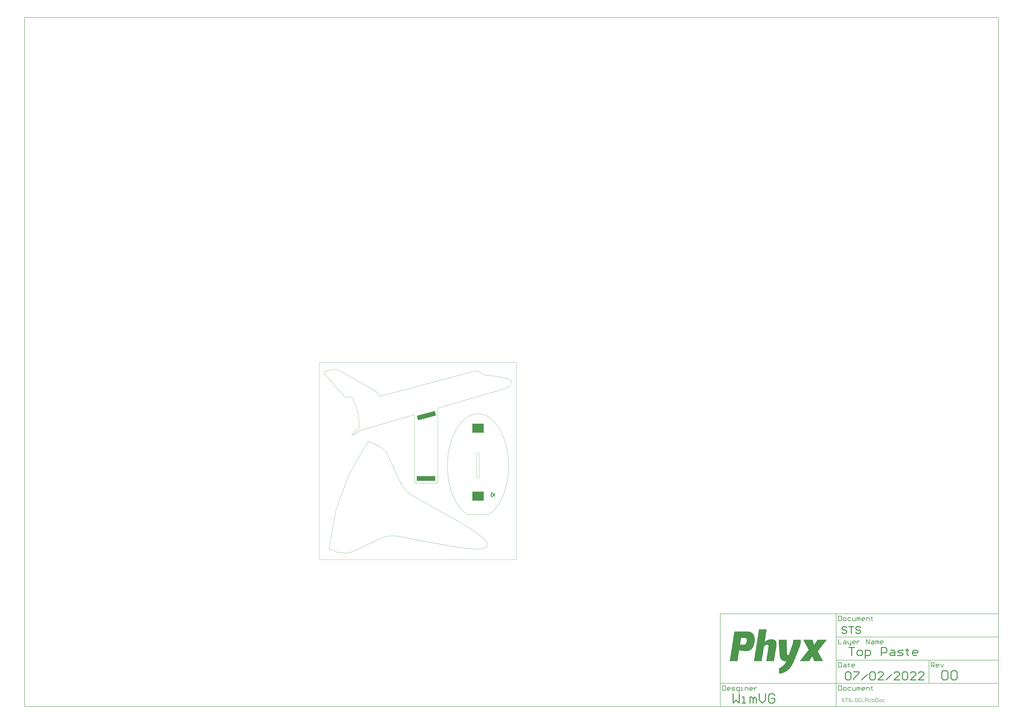
<source format=gtp>
G04*
G04 #@! TF.GenerationSoftware,Altium Limited,Altium Designer,22.2.0 (33)*
G04*
G04 Layer_Color=8421504*
%FSLAX25Y25*%
%MOIN*%
G70*
G04*
G04 #@! TF.SameCoordinates,AE1C0F29-CF17-4AF8-ABE1-3241E8FB01DF*
G04*
G04*
G04 #@! TF.FilePolarity,Positive*
G04*
G01*
G75*
%ADD10C,0.01575*%
%ADD11C,0.00787*%
G04:AMPARAMS|DCode=14|XSize=314.96mil|YSize=78.74mil|CornerRadius=0mil|HoleSize=0mil|Usage=FLASHONLY|Rotation=15.000|XOffset=0mil|YOffset=0mil|HoleType=Round|Shape=Rectangle|*
%AMROTATEDRECTD14*
4,1,4,-0.14193,-0.07879,-0.16230,-0.00273,0.14193,0.07879,0.16230,0.00273,-0.14193,-0.07879,0.0*
%
%ADD14ROTATEDRECTD14*%

%ADD15R,0.31496X0.07874*%
%ADD18R,0.01575X0.03937*%
%ADD19C,0.01968*%
%ADD20R,0.19685X0.15748*%
%ADD21C,0.00394*%
%ADD22C,0.00984*%
G36*
X278043Y94034D02*
X278043Y86911D01*
X277591D01*
X277587Y87102D01*
X277585Y87125D01*
X277583Y87147D01*
X277551Y87376D01*
X277546Y87398D01*
X277542Y87420D01*
X277485Y87644D01*
X277478Y87665D01*
X277471Y87686D01*
X277389Y87902D01*
X277379Y87923D01*
X277371Y87943D01*
X277264Y88149D01*
X277253Y88168D01*
X277242Y88187D01*
X277113Y88379D01*
X277099Y88397D01*
X277086Y88415D01*
X276936Y88591D01*
X276921Y88608D01*
X276906Y88624D01*
X276737Y88782D01*
X276720Y88797D01*
X276703Y88811D01*
X276518Y88949D01*
X276499Y88962D01*
X276480Y88974D01*
X276281Y89091D01*
X276266Y89098D01*
X276251Y89106D01*
X276147Y89156D01*
X276127Y89164D01*
X276106Y89173D01*
X276105Y89173D01*
X276103Y89174D01*
X276101Y89174D01*
X276098Y89175D01*
X276078Y89180D01*
X276056Y89187D01*
X276055Y89187D01*
X276054Y89187D01*
X276051Y89187D01*
X276048Y89188D01*
X276028Y89190D01*
X276005Y89193D01*
X276004Y89193D01*
X276002Y89194D01*
X276000D01*
X275997Y89194D01*
X275976Y89194D01*
X275953Y89194D01*
X275952Y89194D01*
X275951D01*
X275948Y89193D01*
X275946Y89193D01*
X275925Y89190D01*
X275902Y89187D01*
X275901Y89187D01*
X275900Y89187D01*
X275806Y89168D01*
X275616Y89158D01*
X275426Y89177D01*
X275241Y89223D01*
X275065Y89296D01*
X274901Y89394D01*
X274754Y89515D01*
X274625Y89656D01*
X274519Y89815D01*
X274438Y89987D01*
X274383Y90169D01*
X274355Y90358D01*
X274355Y90549D01*
X274383Y90737D01*
X274438Y90920D01*
X274519Y91092D01*
X274625Y91250D01*
X274754Y91392D01*
X274901Y91513D01*
X275065Y91610D01*
X275241Y91683D01*
X275426Y91729D01*
X275616Y91748D01*
X275806Y91738D01*
X275900Y91720D01*
X275913Y91718D01*
X275925Y91716D01*
X275937Y91715D01*
X275948Y91713D01*
X275950Y91713D01*
X275951Y91713D01*
X275964Y91713D01*
X275977Y91712D01*
X275989Y91713D01*
X276000Y91713D01*
X276001Y91713D01*
X276002D01*
X276015Y91715D01*
X276028Y91716D01*
X276040Y91718D01*
X276051Y91719D01*
X276052Y91719D01*
X276054Y91720D01*
X276066Y91723D01*
X276079Y91725D01*
X276090Y91729D01*
X276101Y91732D01*
X276102Y91733D01*
X276103Y91733D01*
X276115Y91738D01*
X276128Y91742D01*
X276138Y91747D01*
X276149Y91751D01*
X276151Y91753D01*
X276151Y91753D01*
X276151Y91753D01*
X276255Y91803D01*
X276269Y91811D01*
X276284Y91818D01*
X276486Y91938D01*
X276504Y91951D01*
X276522Y91963D01*
X276709Y92105D01*
X276726Y92119D01*
X276743Y92133D01*
X276913Y92295D01*
X276928Y92312D01*
X276943Y92328D01*
X277094Y92508D01*
X277107Y92526D01*
X277120Y92543D01*
X277250Y92739D01*
X277261Y92759D01*
X277272Y92778D01*
X277378Y92987D01*
X277387Y93007D01*
X277396Y93027D01*
X277479Y93247D01*
X277485Y93269D01*
X277492Y93290D01*
X277549Y93517D01*
X277552Y93539D01*
X277557Y93561D01*
X277588Y93793D01*
X277589Y93815D01*
X277591Y93838D01*
X277595Y94034D01*
X278043Y94034D01*
D02*
G37*
G36*
X275921Y93996D02*
X275894Y93906D01*
X275811Y93732D01*
X275701Y93572D01*
X275569Y93431D01*
X275415Y93313D01*
X275245Y93220D01*
X275189Y93199D01*
X275086Y93183D01*
X275068Y93179D01*
X275051Y93176D01*
X274773Y93107D01*
X274750Y93099D01*
X274727Y93092D01*
X274459Y92990D01*
X274438Y92980D01*
X274416Y92970D01*
X274162Y92836D01*
X274143Y92824D01*
X274122Y92812D01*
X273886Y92648D01*
X273868Y92634D01*
X273849Y92619D01*
X273635Y92428D01*
X273618Y92412D01*
X273601Y92395D01*
X273411Y92180D01*
X273396Y92160D01*
X273382Y92142D01*
X273219Y91906D01*
X273207Y91885D01*
X273195Y91865D01*
X273062Y91611D01*
X273052Y91589D01*
X273042Y91568D01*
X272941Y91299D01*
X272934Y91277D01*
X272927Y91254D01*
X272858Y90976D01*
X272854Y90953D01*
X272850Y90929D01*
X272815Y90644D01*
X272814Y90620D01*
X272813Y90597D01*
Y90310D01*
X272814Y90286D01*
X272815Y90263D01*
X272850Y89978D01*
X272854Y89954D01*
X272858Y89931D01*
X272927Y89653D01*
X272934Y89630D01*
X272941Y89607D01*
X273042Y89339D01*
X273052Y89317D01*
X273062Y89296D01*
X273195Y89042D01*
X273207Y89021D01*
X273219Y89001D01*
X273382Y88765D01*
X273397Y88746D01*
X273411Y88727D01*
X273601Y88512D01*
X273618Y88495D01*
X273635Y88478D01*
X273849Y88288D01*
X273868Y88273D01*
X273886Y88258D01*
X274122Y88095D01*
X274142Y88083D01*
X274162Y88070D01*
X274416Y87936D01*
X274438Y87927D01*
X274459Y87917D01*
X274727Y87814D01*
X274750Y87807D01*
X274772Y87800D01*
X275051Y87730D01*
X275068Y87727D01*
X275086Y87723D01*
X275190Y87707D01*
X275245Y87687D01*
X275415Y87594D01*
X275568Y87476D01*
X275701Y87335D01*
X275811Y87175D01*
X275894Y87000D01*
X275921Y86911D01*
X273320Y86911D01*
X271746D01*
Y93996D01*
X273320D01*
X275921Y93996D01*
D02*
G37*
G36*
X841951Y-155808D02*
X841665D01*
Y-156094D01*
X841378D01*
Y-156380D01*
Y-156667D01*
X841092D01*
Y-156953D01*
X840806D01*
Y-157239D01*
X840519D01*
Y-157526D01*
Y-157812D01*
X840233D01*
Y-158098D01*
X839947D01*
Y-158385D01*
X839660D01*
Y-158671D01*
X839374D01*
Y-158957D01*
Y-159244D01*
X839088D01*
Y-159530D01*
X838801D01*
Y-159816D01*
X838515D01*
Y-160102D01*
Y-160389D01*
X838229D01*
Y-160675D01*
X837943D01*
Y-160961D01*
X837656D01*
Y-161248D01*
X837370D01*
Y-161534D01*
Y-161820D01*
X837084D01*
Y-162107D01*
X836797D01*
Y-162393D01*
X836511D01*
Y-162679D01*
Y-162966D01*
X836225D01*
Y-163252D01*
X835938D01*
Y-163538D01*
X835652D01*
Y-163824D01*
Y-164111D01*
X835366D01*
Y-164397D01*
X835079D01*
Y-164683D01*
X834793D01*
Y-164970D01*
X834507D01*
Y-165256D01*
Y-165542D01*
X834221D01*
Y-165829D01*
X833934D01*
Y-166115D01*
X833648D01*
Y-166401D01*
Y-166688D01*
X833362D01*
Y-166974D01*
X833075D01*
Y-167260D01*
X832789D01*
Y-167547D01*
Y-167833D01*
X832503D01*
Y-168119D01*
X832216D01*
Y-168405D01*
X831930D01*
Y-168692D01*
X831644D01*
Y-168978D01*
Y-169264D01*
X831357D01*
Y-169551D01*
X831071D01*
Y-169837D01*
X830785D01*
Y-170123D01*
Y-170410D01*
X830499D01*
Y-170696D01*
X830212D01*
Y-170982D01*
X829926D01*
Y-171269D01*
Y-171555D01*
X829640D01*
Y-171841D01*
X829353D01*
Y-172127D01*
X829067D01*
Y-172414D01*
X828781D01*
Y-172700D01*
Y-172986D01*
X828494D01*
Y-173273D01*
X828208D01*
Y-173559D01*
X827922D01*
Y-173845D01*
Y-174132D01*
X827635D01*
Y-174418D01*
X827349D01*
Y-174704D01*
X827063D01*
Y-174991D01*
X826776D01*
Y-175277D01*
Y-175563D01*
X827063D01*
Y-175850D01*
Y-176136D01*
X827349D01*
Y-176422D01*
Y-176709D01*
X827635D01*
Y-176995D01*
X827922D01*
Y-177281D01*
Y-177568D01*
X828208D01*
Y-177854D01*
Y-178140D01*
X828494D01*
Y-178426D01*
Y-178713D01*
X828781D01*
Y-178999D01*
Y-179285D01*
X829067D01*
Y-179572D01*
Y-179858D01*
X829353D01*
Y-180144D01*
Y-180431D01*
X829640D01*
Y-180717D01*
Y-181003D01*
X829926D01*
Y-181290D01*
Y-181576D01*
X830212D01*
Y-181862D01*
X830499D01*
Y-182149D01*
Y-182435D01*
X830785D01*
Y-182721D01*
Y-183007D01*
X831071D01*
Y-183294D01*
Y-183580D01*
X831357D01*
Y-183866D01*
Y-184153D01*
X831644D01*
Y-184439D01*
Y-184725D01*
X831930D01*
Y-185012D01*
Y-185298D01*
X832216D01*
Y-185584D01*
Y-185871D01*
X832503D01*
Y-186157D01*
X832789D01*
Y-186443D01*
Y-186730D01*
X833075D01*
Y-187016D01*
Y-187302D01*
X833362D01*
Y-187588D01*
Y-187875D01*
X833648D01*
Y-188161D01*
Y-188447D01*
X833934D01*
Y-188734D01*
Y-189020D01*
X834221D01*
Y-189306D01*
Y-189593D01*
X834507D01*
Y-189879D01*
Y-190165D01*
X834793D01*
Y-190452D01*
X835079D01*
Y-190738D01*
Y-191024D01*
X835366D01*
Y-191311D01*
Y-191597D01*
X835652D01*
Y-191883D01*
X820477D01*
Y-191597D01*
X820191D01*
Y-191311D01*
Y-191024D01*
Y-190738D01*
X819905D01*
Y-190452D01*
Y-190165D01*
Y-189879D01*
X819619D01*
Y-189593D01*
Y-189306D01*
X819332D01*
Y-189020D01*
Y-188734D01*
Y-188447D01*
X819046D01*
Y-188161D01*
Y-187875D01*
Y-187588D01*
X818760D01*
Y-187302D01*
Y-187016D01*
X818473D01*
Y-186730D01*
Y-186443D01*
Y-186157D01*
X818187D01*
Y-185871D01*
Y-185584D01*
Y-185298D01*
X817901D01*
Y-185012D01*
Y-184725D01*
Y-184439D01*
X817614D01*
Y-184153D01*
X817042D01*
Y-184439D01*
Y-184725D01*
X816755D01*
Y-185012D01*
X816469D01*
Y-185298D01*
Y-185584D01*
X816183D01*
Y-185871D01*
X815897D01*
Y-186157D01*
Y-186443D01*
X815610D01*
Y-186730D01*
X815324D01*
Y-187016D01*
Y-187302D01*
X815038D01*
Y-187588D01*
X814751D01*
Y-187875D01*
X814465D01*
Y-188161D01*
Y-188447D01*
X814179D01*
Y-188734D01*
X813892D01*
Y-189020D01*
Y-189306D01*
X813606D01*
Y-189593D01*
X813320D01*
Y-189879D01*
Y-190165D01*
X813033D01*
Y-190452D01*
X812747D01*
Y-190738D01*
Y-191024D01*
X812461D01*
Y-191311D01*
X812174D01*
Y-191597D01*
Y-191883D01*
X796141D01*
Y-191597D01*
X796427D01*
Y-191311D01*
X796714D01*
Y-191024D01*
X797000D01*
Y-190738D01*
X797286D01*
Y-190452D01*
Y-190165D01*
X797573D01*
Y-189879D01*
X797859D01*
Y-189593D01*
X798145D01*
Y-189306D01*
X798431D01*
Y-189020D01*
Y-188734D01*
X798718D01*
Y-188447D01*
X799004D01*
Y-188161D01*
X799290D01*
Y-187875D01*
Y-187588D01*
X799577D01*
Y-187302D01*
X799863D01*
Y-187016D01*
X800149D01*
Y-186730D01*
X800436D01*
Y-186443D01*
Y-186157D01*
X800722D01*
Y-185871D01*
X801008D01*
Y-185584D01*
X801295D01*
Y-185298D01*
X801581D01*
Y-185012D01*
Y-184725D01*
X801867D01*
Y-184439D01*
X802153D01*
Y-184153D01*
X802440D01*
Y-183866D01*
Y-183580D01*
X802726D01*
Y-183294D01*
X803012D01*
Y-183007D01*
X803299D01*
Y-182721D01*
X803585D01*
Y-182435D01*
Y-182149D01*
X803871D01*
Y-181862D01*
X804158D01*
Y-181576D01*
X804444D01*
Y-181290D01*
Y-181003D01*
X804730D01*
Y-180717D01*
X805017D01*
Y-180431D01*
X805303D01*
Y-180144D01*
X805589D01*
Y-179858D01*
Y-179572D01*
X805876D01*
Y-179285D01*
X806162D01*
Y-178999D01*
X806448D01*
Y-178713D01*
Y-178426D01*
X806734D01*
Y-178140D01*
X807021D01*
Y-177854D01*
X807307D01*
Y-177568D01*
X807594D01*
Y-177281D01*
Y-176995D01*
X807880D01*
Y-176709D01*
X808166D01*
Y-176422D01*
X808452D01*
Y-176136D01*
X808739D01*
Y-175850D01*
Y-175563D01*
X809025D01*
Y-175277D01*
X809311D01*
Y-174991D01*
X809598D01*
Y-174704D01*
Y-174418D01*
X809884D01*
Y-174132D01*
X810170D01*
Y-173845D01*
X810457D01*
Y-173559D01*
X810743D01*
Y-173273D01*
Y-172986D01*
X811029D01*
Y-172700D01*
Y-172414D01*
Y-172127D01*
X810743D01*
Y-171841D01*
X810457D01*
Y-171555D01*
Y-171269D01*
X810170D01*
Y-170982D01*
Y-170696D01*
X809884D01*
Y-170410D01*
Y-170123D01*
X809598D01*
Y-169837D01*
Y-169551D01*
X809311D01*
Y-169264D01*
Y-168978D01*
X809025D01*
Y-168692D01*
Y-168405D01*
X808739D01*
Y-168119D01*
X808452D01*
Y-167833D01*
Y-167547D01*
X808166D01*
Y-167260D01*
Y-166974D01*
X807880D01*
Y-166688D01*
Y-166401D01*
X807594D01*
Y-166115D01*
Y-165829D01*
X807307D01*
Y-165542D01*
Y-165256D01*
X807021D01*
Y-164970D01*
Y-164683D01*
X806734D01*
Y-164397D01*
X806448D01*
Y-164111D01*
Y-163824D01*
X806162D01*
Y-163538D01*
Y-163252D01*
X805876D01*
Y-162966D01*
Y-162679D01*
X805589D01*
Y-162393D01*
Y-162107D01*
X805303D01*
Y-161820D01*
Y-161534D01*
X805017D01*
Y-161248D01*
Y-160961D01*
X804730D01*
Y-160675D01*
Y-160389D01*
X804444D01*
Y-160102D01*
X804158D01*
Y-159816D01*
Y-159530D01*
X803871D01*
Y-159244D01*
Y-158957D01*
X803585D01*
Y-158671D01*
Y-158385D01*
X803299D01*
Y-158098D01*
Y-157812D01*
X803012D01*
Y-157526D01*
Y-157239D01*
X802726D01*
Y-156953D01*
Y-156667D01*
X802440D01*
Y-156380D01*
X802153D01*
Y-156094D01*
Y-155808D01*
X801867D01*
Y-155521D01*
X817614D01*
Y-155808D01*
X817901D01*
Y-156094D01*
Y-156380D01*
Y-156667D01*
X818187D01*
Y-156953D01*
Y-157239D01*
Y-157526D01*
X818473D01*
Y-157812D01*
Y-158098D01*
Y-158385D01*
X818760D01*
Y-158671D01*
Y-158957D01*
Y-159244D01*
X819046D01*
Y-159530D01*
Y-159816D01*
Y-160102D01*
X819332D01*
Y-160389D01*
Y-160675D01*
Y-160961D01*
X819619D01*
Y-161248D01*
Y-161534D01*
Y-161820D01*
X819905D01*
Y-162107D01*
Y-162393D01*
Y-162679D01*
X820191D01*
Y-162966D01*
Y-163252D01*
Y-163538D01*
Y-163824D01*
X820764D01*
Y-163538D01*
X821050D01*
Y-163252D01*
X821336D01*
Y-162966D01*
Y-162679D01*
X821623D01*
Y-162393D01*
X821909D01*
Y-162107D01*
Y-161820D01*
X822195D01*
Y-161534D01*
X822482D01*
Y-161248D01*
Y-160961D01*
X822768D01*
Y-160675D01*
X823054D01*
Y-160389D01*
Y-160102D01*
X823341D01*
Y-159816D01*
X823627D01*
Y-159530D01*
Y-159244D01*
X823913D01*
Y-158957D01*
X824200D01*
Y-158671D01*
Y-158385D01*
X824486D01*
Y-158098D01*
X824772D01*
Y-157812D01*
Y-157526D01*
X825058D01*
Y-157239D01*
X825345D01*
Y-156953D01*
Y-156667D01*
X825631D01*
Y-156380D01*
X825918D01*
Y-156094D01*
Y-155808D01*
X826204D01*
Y-155521D01*
X841951D01*
Y-155808D01*
D02*
G37*
G36*
X708815Y-141778D02*
X710533D01*
Y-142065D01*
X711392D01*
Y-142351D01*
X712251D01*
Y-142637D01*
X713110D01*
Y-142924D01*
X713683D01*
Y-143210D01*
X713969D01*
Y-143496D01*
X714542D01*
Y-143783D01*
X714828D01*
Y-144069D01*
X715401D01*
Y-144355D01*
X715687D01*
Y-144641D01*
X715973D01*
Y-144928D01*
X716260D01*
Y-145214D01*
X716546D01*
Y-145501D01*
X716832D01*
Y-145787D01*
X717119D01*
Y-146073D01*
Y-146359D01*
X717405D01*
Y-146646D01*
X717691D01*
Y-146932D01*
Y-147218D01*
X717978D01*
Y-147505D01*
X718264D01*
Y-147791D01*
Y-148077D01*
X718550D01*
Y-148364D01*
Y-148650D01*
Y-148936D01*
X718836D01*
Y-149223D01*
Y-149509D01*
Y-149795D01*
X719123D01*
Y-150082D01*
Y-150368D01*
Y-150654D01*
Y-150940D01*
X719409D01*
Y-151227D01*
Y-151513D01*
Y-151799D01*
Y-152086D01*
Y-152372D01*
X719695D01*
Y-152658D01*
Y-152945D01*
Y-153231D01*
Y-153517D01*
Y-153804D01*
Y-154090D01*
Y-154376D01*
Y-154663D01*
Y-154949D01*
Y-155235D01*
Y-155521D01*
Y-155808D01*
Y-156094D01*
Y-156380D01*
Y-156667D01*
Y-156953D01*
Y-157239D01*
Y-157526D01*
Y-157812D01*
Y-158098D01*
X719409D01*
Y-158385D01*
Y-158671D01*
Y-158957D01*
Y-159244D01*
Y-159530D01*
Y-159816D01*
Y-160102D01*
X719123D01*
Y-160389D01*
Y-160675D01*
Y-160961D01*
Y-161248D01*
Y-161534D01*
X718836D01*
Y-161820D01*
Y-162107D01*
Y-162393D01*
Y-162679D01*
Y-162966D01*
X718550D01*
Y-163252D01*
Y-163538D01*
Y-163824D01*
X718264D01*
Y-164111D01*
Y-164397D01*
Y-164683D01*
Y-164970D01*
X717978D01*
Y-165256D01*
Y-165542D01*
Y-165829D01*
X717691D01*
Y-166115D01*
Y-166401D01*
X717405D01*
Y-166688D01*
Y-166974D01*
Y-167260D01*
X717119D01*
Y-167547D01*
Y-167833D01*
X716832D01*
Y-168119D01*
Y-168405D01*
X716546D01*
Y-168692D01*
Y-168978D01*
X716260D01*
Y-169264D01*
X715973D01*
Y-169551D01*
Y-169837D01*
X715687D01*
Y-170123D01*
X715401D01*
Y-170410D01*
X715114D01*
Y-170696D01*
Y-170982D01*
X714828D01*
Y-171269D01*
X714542D01*
Y-171555D01*
X714256D01*
Y-171841D01*
X713969D01*
Y-172127D01*
X713683D01*
Y-172414D01*
X713110D01*
Y-172700D01*
X712824D01*
Y-172986D01*
X712251D01*
Y-173273D01*
X711965D01*
Y-173559D01*
X711392D01*
Y-173845D01*
X710533D01*
Y-174132D01*
X709674D01*
Y-174418D01*
X708815D01*
Y-174704D01*
X707098D01*
Y-174991D01*
X701944D01*
Y-174704D01*
X699367D01*
Y-174418D01*
X697363D01*
Y-174132D01*
X695931D01*
Y-173845D01*
X694500D01*
Y-173559D01*
X693068D01*
Y-173845D01*
Y-174132D01*
Y-174418D01*
Y-174704D01*
Y-174991D01*
Y-175277D01*
Y-175563D01*
X692782D01*
Y-175850D01*
Y-176136D01*
Y-176422D01*
Y-176709D01*
Y-176995D01*
Y-177281D01*
X692496D01*
Y-177568D01*
Y-177854D01*
Y-178140D01*
Y-178426D01*
Y-178713D01*
Y-178999D01*
X692209D01*
Y-179285D01*
Y-179572D01*
Y-179858D01*
Y-180144D01*
Y-180431D01*
Y-180717D01*
Y-181003D01*
X691923D01*
Y-181290D01*
Y-181576D01*
Y-181862D01*
Y-182149D01*
Y-182435D01*
Y-182721D01*
X691637D01*
Y-183007D01*
Y-183294D01*
Y-183580D01*
Y-183866D01*
Y-184153D01*
Y-184439D01*
X691350D01*
Y-184725D01*
Y-185012D01*
Y-185298D01*
Y-185584D01*
Y-185871D01*
Y-186157D01*
Y-186443D01*
X691064D01*
Y-186730D01*
Y-187016D01*
Y-187302D01*
Y-187588D01*
Y-187875D01*
Y-188161D01*
X690778D01*
Y-188447D01*
Y-188734D01*
Y-189020D01*
Y-189306D01*
Y-189593D01*
Y-189879D01*
X690491D01*
Y-190165D01*
Y-190452D01*
Y-190738D01*
Y-191024D01*
Y-191311D01*
Y-191597D01*
Y-191883D01*
X677035D01*
Y-191597D01*
X677321D01*
Y-191311D01*
Y-191024D01*
Y-190738D01*
Y-190452D01*
Y-190165D01*
X677607D01*
Y-189879D01*
Y-189593D01*
Y-189306D01*
Y-189020D01*
Y-188734D01*
Y-188447D01*
Y-188161D01*
X677894D01*
Y-187875D01*
Y-187588D01*
Y-187302D01*
Y-187016D01*
Y-186730D01*
Y-186443D01*
X678180D01*
Y-186157D01*
Y-185871D01*
Y-185584D01*
Y-185298D01*
Y-185012D01*
Y-184725D01*
X678466D01*
Y-184439D01*
Y-184153D01*
Y-183866D01*
Y-183580D01*
Y-183294D01*
Y-183007D01*
Y-182721D01*
X678753D01*
Y-182435D01*
Y-182149D01*
Y-181862D01*
Y-181576D01*
Y-181290D01*
Y-181003D01*
X679039D01*
Y-180717D01*
Y-180431D01*
Y-180144D01*
Y-179858D01*
Y-179572D01*
Y-179285D01*
X679325D01*
Y-178999D01*
Y-178713D01*
Y-178426D01*
Y-178140D01*
Y-177854D01*
Y-177568D01*
X679612D01*
Y-177281D01*
Y-176995D01*
Y-176709D01*
Y-176422D01*
Y-176136D01*
Y-175850D01*
Y-175563D01*
X679898D01*
Y-175277D01*
Y-174991D01*
Y-174704D01*
Y-174418D01*
Y-174132D01*
Y-173845D01*
X680184D01*
Y-173559D01*
Y-173273D01*
Y-172986D01*
Y-172700D01*
Y-172414D01*
Y-172127D01*
X680471D01*
Y-171841D01*
Y-171555D01*
Y-171269D01*
Y-170982D01*
Y-170696D01*
Y-170410D01*
X680757D01*
Y-170123D01*
Y-169837D01*
Y-169551D01*
Y-169264D01*
Y-168978D01*
Y-168692D01*
Y-168405D01*
X681043D01*
Y-168119D01*
Y-167833D01*
Y-167547D01*
Y-167260D01*
Y-166974D01*
Y-166688D01*
X681329D01*
Y-166401D01*
Y-166115D01*
Y-165829D01*
Y-165542D01*
Y-165256D01*
Y-164970D01*
X681616D01*
Y-164683D01*
Y-164397D01*
Y-164111D01*
Y-163824D01*
Y-163538D01*
Y-163252D01*
Y-162966D01*
X681902D01*
Y-162679D01*
Y-162393D01*
Y-162107D01*
Y-161820D01*
Y-161534D01*
Y-161248D01*
X682188D01*
Y-160961D01*
Y-160675D01*
Y-160389D01*
Y-160102D01*
Y-159816D01*
Y-159530D01*
X682475D01*
Y-159244D01*
Y-158957D01*
Y-158671D01*
Y-158385D01*
Y-158098D01*
Y-157812D01*
X682761D01*
Y-157526D01*
Y-157239D01*
Y-156953D01*
Y-156667D01*
Y-156380D01*
Y-156094D01*
Y-155808D01*
X683047D01*
Y-155521D01*
Y-155235D01*
Y-154949D01*
Y-154663D01*
Y-154376D01*
Y-154090D01*
X683334D01*
Y-153804D01*
Y-153517D01*
Y-153231D01*
Y-152945D01*
Y-152658D01*
Y-152372D01*
X683620D01*
Y-152086D01*
Y-151799D01*
Y-151513D01*
Y-151227D01*
Y-150940D01*
Y-150654D01*
Y-150368D01*
X683906D01*
Y-150082D01*
Y-149795D01*
Y-149509D01*
Y-149223D01*
Y-148936D01*
Y-148650D01*
X684193D01*
Y-148364D01*
Y-148077D01*
Y-147791D01*
Y-147505D01*
Y-147218D01*
Y-146932D01*
X684479D01*
Y-146646D01*
Y-146359D01*
Y-146073D01*
Y-145787D01*
Y-145501D01*
Y-145214D01*
Y-144928D01*
X684765D01*
Y-144641D01*
Y-144355D01*
Y-144069D01*
Y-143783D01*
Y-143496D01*
Y-143210D01*
X685052D01*
Y-142924D01*
Y-142637D01*
Y-142351D01*
Y-142065D01*
Y-141778D01*
Y-141492D01*
X708815D01*
Y-141778D01*
D02*
G37*
G36*
X797859Y-155808D02*
Y-156094D01*
Y-156380D01*
Y-156667D01*
Y-156953D01*
Y-157239D01*
Y-157526D01*
Y-157812D01*
Y-158098D01*
Y-158385D01*
Y-158671D01*
Y-158957D01*
Y-159244D01*
Y-159530D01*
Y-159816D01*
Y-160102D01*
Y-160389D01*
Y-160675D01*
Y-160961D01*
Y-161248D01*
Y-161534D01*
X797573D01*
Y-161820D01*
Y-162107D01*
Y-162393D01*
Y-162679D01*
Y-162966D01*
X797286D01*
Y-163252D01*
Y-163538D01*
Y-163824D01*
Y-164111D01*
X797000D01*
Y-164397D01*
Y-164683D01*
Y-164970D01*
Y-165256D01*
X796714D01*
Y-165542D01*
Y-165829D01*
Y-166115D01*
X796427D01*
Y-166401D01*
Y-166688D01*
Y-166974D01*
X796141D01*
Y-167260D01*
Y-167547D01*
Y-167833D01*
X795855D01*
Y-168119D01*
Y-168405D01*
Y-168692D01*
X795568D01*
Y-168978D01*
Y-169264D01*
X795282D01*
Y-169551D01*
Y-169837D01*
X794996D01*
Y-170123D01*
Y-170410D01*
Y-170696D01*
X794709D01*
Y-170982D01*
Y-171269D01*
X794423D01*
Y-171555D01*
Y-171841D01*
Y-172127D01*
X794137D01*
Y-172414D01*
Y-172700D01*
X793850D01*
Y-172986D01*
Y-173273D01*
Y-173559D01*
X793564D01*
Y-173845D01*
Y-174132D01*
X793278D01*
Y-174418D01*
Y-174704D01*
Y-174991D01*
X792991D01*
Y-175277D01*
Y-175563D01*
X792705D01*
Y-175850D01*
Y-176136D01*
Y-176422D01*
X792419D01*
Y-176709D01*
Y-176995D01*
X792133D01*
Y-177281D01*
Y-177568D01*
Y-177854D01*
X791846D01*
Y-178140D01*
Y-178426D01*
X791560D01*
Y-178713D01*
Y-178999D01*
Y-179285D01*
X791274D01*
Y-179572D01*
Y-179858D01*
X790987D01*
Y-180144D01*
Y-180431D01*
Y-180717D01*
X790701D01*
Y-181003D01*
Y-181290D01*
X790415D01*
Y-181576D01*
Y-181862D01*
Y-182149D01*
X790128D01*
Y-182435D01*
Y-182721D01*
X789842D01*
Y-183007D01*
Y-183294D01*
Y-183580D01*
X789556D01*
Y-183866D01*
Y-184153D01*
X789269D01*
Y-184439D01*
Y-184725D01*
Y-185012D01*
X788983D01*
Y-185298D01*
Y-185584D01*
X788697D01*
Y-185871D01*
Y-186157D01*
Y-186443D01*
X788411D01*
Y-186730D01*
Y-187016D01*
X788124D01*
Y-187302D01*
Y-187588D01*
Y-187875D01*
X787838D01*
Y-188161D01*
Y-188447D01*
X787552D01*
Y-188734D01*
Y-189020D01*
Y-189306D01*
X787265D01*
Y-189593D01*
Y-189879D01*
X786979D01*
Y-190165D01*
Y-190452D01*
Y-190738D01*
X786693D01*
Y-191024D01*
Y-191311D01*
X786406D01*
Y-191597D01*
Y-191883D01*
Y-192169D01*
X786120D01*
Y-192456D01*
Y-192742D01*
X785834D01*
Y-193028D01*
Y-193315D01*
X785547D01*
Y-193601D01*
Y-193887D01*
X785261D01*
Y-194174D01*
Y-194460D01*
Y-194746D01*
X784975D01*
Y-195033D01*
X784688D01*
Y-195319D01*
Y-195605D01*
Y-195891D01*
X784402D01*
Y-196178D01*
X784116D01*
Y-196464D01*
Y-196750D01*
X783829D01*
Y-197037D01*
Y-197323D01*
X783543D01*
Y-197609D01*
Y-197896D01*
X783257D01*
Y-198182D01*
Y-198468D01*
X782971D01*
Y-198755D01*
X782684D01*
Y-199041D01*
Y-199327D01*
X782398D01*
Y-199614D01*
Y-199900D01*
X782112D01*
Y-200186D01*
X781825D01*
Y-200472D01*
X781539D01*
Y-200759D01*
Y-201045D01*
X781253D01*
Y-201331D01*
X780966D01*
Y-201618D01*
Y-201904D01*
X780680D01*
Y-202190D01*
X780394D01*
Y-202477D01*
X780107D01*
Y-202763D01*
Y-203049D01*
X779821D01*
Y-203336D01*
X779535D01*
Y-203622D01*
X779249D01*
Y-203908D01*
X778962D01*
Y-204195D01*
X778676D01*
Y-204481D01*
Y-204767D01*
X778390D01*
Y-205053D01*
X778103D01*
Y-205340D01*
X777817D01*
Y-205626D01*
X777531D01*
Y-205912D01*
X777244D01*
Y-206199D01*
X776958D01*
Y-206485D01*
X776672D01*
Y-206771D01*
X776099D01*
Y-207058D01*
X775813D01*
Y-207344D01*
X775526D01*
Y-207630D01*
X775240D01*
Y-207917D01*
X774954D01*
Y-208203D01*
X774381D01*
Y-208489D01*
X774095D01*
Y-208776D01*
X773522D01*
Y-209062D01*
X773236D01*
Y-209348D01*
X772663D01*
Y-209634D01*
X772377D01*
Y-209921D01*
X771804D01*
Y-210207D01*
X771232D01*
Y-210493D01*
X770659D01*
Y-210780D01*
X770086D01*
Y-211066D01*
X769514D01*
Y-211352D01*
X768655D01*
Y-211639D01*
X768082D01*
Y-211925D01*
X767223D01*
Y-212211D01*
X766078D01*
Y-212498D01*
X764933D01*
Y-212784D01*
X763215D01*
Y-213070D01*
X761211D01*
Y-213357D01*
X760924D01*
Y-213070D01*
Y-212784D01*
Y-212498D01*
Y-212211D01*
Y-211925D01*
Y-211639D01*
Y-211352D01*
Y-211066D01*
Y-210780D01*
Y-210493D01*
Y-210207D01*
Y-209921D01*
Y-209634D01*
Y-209348D01*
Y-209062D01*
Y-208776D01*
Y-208489D01*
Y-208203D01*
Y-207917D01*
Y-207630D01*
Y-207344D01*
Y-207058D01*
Y-206771D01*
Y-206485D01*
Y-206199D01*
Y-205912D01*
Y-205626D01*
Y-205340D01*
Y-205053D01*
Y-204767D01*
Y-204481D01*
Y-204195D01*
Y-203908D01*
X761497D01*
Y-203622D01*
X762070D01*
Y-203336D01*
X762642D01*
Y-203049D01*
X763215D01*
Y-202763D01*
X763788D01*
Y-202477D01*
X764360D01*
Y-202190D01*
X764646D01*
Y-201904D01*
X765219D01*
Y-201618D01*
X765506D01*
Y-201331D01*
X766078D01*
Y-201045D01*
X766364D01*
Y-200759D01*
X766651D01*
Y-200472D01*
X767223D01*
Y-200186D01*
X767510D01*
Y-199900D01*
X767796D01*
Y-199614D01*
X768082D01*
Y-199327D01*
X768369D01*
Y-199041D01*
X768655D01*
Y-198755D01*
X768941D01*
Y-198468D01*
X769228D01*
Y-198182D01*
X769514D01*
Y-197896D01*
X769800D01*
Y-197609D01*
X770086D01*
Y-197323D01*
X770373D01*
Y-197037D01*
Y-196750D01*
X770659D01*
Y-196464D01*
X770945D01*
Y-196178D01*
X771232D01*
Y-195891D01*
Y-195605D01*
X771518D01*
Y-195319D01*
X771804D01*
Y-195033D01*
Y-194746D01*
X772091D01*
Y-194460D01*
Y-194174D01*
X772377D01*
Y-193887D01*
X772663D01*
Y-193601D01*
Y-193315D01*
X772950D01*
Y-193028D01*
Y-192742D01*
X773236D01*
Y-192456D01*
Y-192169D01*
X771518D01*
Y-191883D01*
X769514D01*
Y-191597D01*
X768369D01*
Y-191311D01*
X767796D01*
Y-191024D01*
X766937D01*
Y-190738D01*
X766364D01*
Y-190452D01*
X766078D01*
Y-190165D01*
X765506D01*
Y-189879D01*
X765219D01*
Y-189593D01*
X764933D01*
Y-189306D01*
X764646D01*
Y-189020D01*
X764360D01*
Y-188734D01*
X764074D01*
Y-188447D01*
Y-188161D01*
X763788D01*
Y-187875D01*
X763501D01*
Y-187588D01*
Y-187302D01*
X763215D01*
Y-187016D01*
Y-186730D01*
X762929D01*
Y-186443D01*
Y-186157D01*
X762642D01*
Y-185871D01*
Y-185584D01*
Y-185298D01*
X762356D01*
Y-185012D01*
Y-184725D01*
Y-184439D01*
Y-184153D01*
X762070D01*
Y-183866D01*
Y-183580D01*
Y-183294D01*
Y-183007D01*
Y-182721D01*
Y-182435D01*
Y-182149D01*
X761783D01*
Y-181862D01*
Y-181576D01*
Y-181290D01*
Y-181003D01*
Y-180717D01*
Y-180431D01*
Y-180144D01*
Y-179858D01*
Y-179572D01*
Y-179285D01*
Y-178999D01*
Y-178713D01*
Y-178426D01*
Y-178140D01*
Y-177854D01*
X761497D01*
Y-177568D01*
Y-177281D01*
Y-176995D01*
Y-176709D01*
Y-176422D01*
Y-176136D01*
Y-175850D01*
Y-175563D01*
Y-175277D01*
Y-174991D01*
Y-174704D01*
Y-174418D01*
Y-174132D01*
Y-173845D01*
Y-173559D01*
X761211D01*
Y-173273D01*
Y-172986D01*
Y-172700D01*
Y-172414D01*
Y-172127D01*
Y-171841D01*
Y-171555D01*
Y-171269D01*
Y-170982D01*
Y-170696D01*
Y-170410D01*
Y-170123D01*
Y-169837D01*
Y-169551D01*
Y-169264D01*
Y-168978D01*
X760924D01*
Y-168692D01*
Y-168405D01*
Y-168119D01*
Y-167833D01*
Y-167547D01*
Y-167260D01*
Y-166974D01*
Y-166688D01*
Y-166401D01*
Y-166115D01*
Y-165829D01*
Y-165542D01*
Y-165256D01*
Y-164970D01*
Y-164683D01*
Y-164397D01*
X760638D01*
Y-164111D01*
Y-163824D01*
Y-163538D01*
Y-163252D01*
Y-162966D01*
Y-162679D01*
Y-162393D01*
Y-162107D01*
Y-161820D01*
Y-161534D01*
Y-161248D01*
Y-160961D01*
Y-160675D01*
Y-160389D01*
X760352D01*
Y-160102D01*
Y-159816D01*
Y-159530D01*
Y-159244D01*
Y-158957D01*
Y-158671D01*
Y-158385D01*
Y-158098D01*
Y-157812D01*
Y-157526D01*
Y-157239D01*
Y-156953D01*
Y-156667D01*
Y-156380D01*
Y-156094D01*
Y-155808D01*
X760066D01*
Y-155521D01*
X773808D01*
Y-155808D01*
Y-156094D01*
Y-156380D01*
Y-156667D01*
Y-156953D01*
Y-157239D01*
Y-157526D01*
Y-157812D01*
Y-158098D01*
Y-158385D01*
Y-158671D01*
Y-158957D01*
Y-159244D01*
Y-159530D01*
X774095D01*
Y-159816D01*
Y-160102D01*
Y-160389D01*
Y-160675D01*
Y-160961D01*
Y-161248D01*
Y-161534D01*
Y-161820D01*
Y-162107D01*
Y-162393D01*
Y-162679D01*
Y-162966D01*
Y-163252D01*
Y-163538D01*
Y-163824D01*
Y-164111D01*
Y-164397D01*
Y-164683D01*
Y-164970D01*
Y-165256D01*
Y-165542D01*
Y-165829D01*
Y-166115D01*
Y-166401D01*
Y-166688D01*
Y-166974D01*
Y-167260D01*
Y-167547D01*
Y-167833D01*
Y-168119D01*
Y-168405D01*
Y-168692D01*
Y-168978D01*
Y-169264D01*
Y-169551D01*
Y-169837D01*
Y-170123D01*
Y-170410D01*
Y-170696D01*
Y-170982D01*
Y-171269D01*
X774381D01*
Y-171555D01*
X774095D01*
Y-171841D01*
Y-172127D01*
X774381D01*
Y-172414D01*
Y-172700D01*
Y-172986D01*
Y-173273D01*
Y-173559D01*
Y-173845D01*
Y-174132D01*
Y-174418D01*
Y-174704D01*
Y-174991D01*
Y-175277D01*
Y-175563D01*
Y-175850D01*
Y-176136D01*
Y-176422D01*
Y-176709D01*
Y-176995D01*
Y-177281D01*
Y-177568D01*
Y-177854D01*
Y-178140D01*
Y-178426D01*
Y-178713D01*
Y-178999D01*
Y-179285D01*
Y-179572D01*
X774668D01*
Y-179858D01*
Y-180144D01*
Y-180431D01*
X774954D01*
Y-180717D01*
X775240D01*
Y-181003D01*
X775526D01*
Y-181290D01*
X776385D01*
Y-181576D01*
X777244D01*
Y-181290D01*
X777531D01*
Y-181003D01*
Y-180717D01*
Y-180431D01*
X777817D01*
Y-180144D01*
Y-179858D01*
X778103D01*
Y-179572D01*
Y-179285D01*
Y-178999D01*
X778390D01*
Y-178713D01*
Y-178426D01*
Y-178140D01*
X778676D01*
Y-177854D01*
Y-177568D01*
Y-177281D01*
X778962D01*
Y-176995D01*
Y-176709D01*
Y-176422D01*
X779249D01*
Y-176136D01*
Y-175850D01*
X779535D01*
Y-175563D01*
Y-175277D01*
Y-174991D01*
X779821D01*
Y-174704D01*
Y-174418D01*
Y-174132D01*
X780107D01*
Y-173845D01*
Y-173559D01*
Y-173273D01*
X780394D01*
Y-172986D01*
Y-172700D01*
X780680D01*
Y-172414D01*
Y-172127D01*
Y-171841D01*
X780966D01*
Y-171555D01*
Y-171269D01*
Y-170982D01*
X781253D01*
Y-170696D01*
Y-170410D01*
Y-170123D01*
X781539D01*
Y-169837D01*
Y-169551D01*
X781825D01*
Y-169264D01*
Y-168978D01*
Y-168692D01*
X782112D01*
Y-168405D01*
Y-168119D01*
Y-167833D01*
X782398D01*
Y-167547D01*
Y-167260D01*
Y-166974D01*
X782684D01*
Y-166688D01*
Y-166401D01*
X782971D01*
Y-166115D01*
Y-165829D01*
Y-165542D01*
X783257D01*
Y-165256D01*
Y-164970D01*
Y-164683D01*
X783543D01*
Y-164397D01*
Y-164111D01*
Y-163824D01*
X783829D01*
Y-163538D01*
Y-163252D01*
Y-162966D01*
Y-162679D01*
X784116D01*
Y-162393D01*
Y-162107D01*
Y-161820D01*
Y-161534D01*
X784402D01*
Y-161248D01*
Y-160961D01*
Y-160675D01*
Y-160389D01*
Y-160102D01*
X784688D01*
Y-159816D01*
Y-159530D01*
Y-159244D01*
Y-158957D01*
Y-158671D01*
Y-158385D01*
X784975D01*
Y-158098D01*
Y-157812D01*
Y-157526D01*
Y-157239D01*
Y-156953D01*
Y-156667D01*
Y-156380D01*
Y-156094D01*
Y-155808D01*
Y-155521D01*
X797859D01*
Y-155808D01*
D02*
G37*
G36*
X740024Y-138343D02*
Y-138629D01*
X739737D01*
Y-138915D01*
Y-139202D01*
Y-139488D01*
Y-139774D01*
Y-140060D01*
Y-140347D01*
X739451D01*
Y-140633D01*
Y-140919D01*
Y-141206D01*
Y-141492D01*
Y-141778D01*
Y-142065D01*
X739165D01*
Y-142351D01*
Y-142637D01*
Y-142924D01*
Y-143210D01*
Y-143496D01*
Y-143783D01*
Y-144069D01*
X738878D01*
Y-144355D01*
Y-144641D01*
Y-144928D01*
Y-145214D01*
Y-145501D01*
Y-145787D01*
X738592D01*
Y-146073D01*
Y-146359D01*
Y-146646D01*
Y-146932D01*
Y-147218D01*
Y-147505D01*
X738306D01*
Y-147791D01*
Y-148077D01*
Y-148364D01*
Y-148650D01*
Y-148936D01*
Y-149223D01*
Y-149509D01*
X738019D01*
Y-149795D01*
Y-150082D01*
Y-150368D01*
Y-150654D01*
Y-150940D01*
Y-151227D01*
X737733D01*
Y-151513D01*
Y-151799D01*
Y-152086D01*
Y-152372D01*
Y-152658D01*
Y-152945D01*
X737447D01*
Y-153231D01*
Y-153517D01*
Y-153804D01*
Y-154090D01*
Y-154376D01*
Y-154663D01*
X737160D01*
Y-154949D01*
Y-155235D01*
Y-155521D01*
Y-155808D01*
Y-156094D01*
Y-156380D01*
Y-156667D01*
X736874D01*
Y-156953D01*
Y-157239D01*
Y-157526D01*
Y-157812D01*
Y-158098D01*
Y-158385D01*
X736588D01*
Y-158671D01*
Y-158957D01*
X737160D01*
Y-158671D01*
X737447D01*
Y-158385D01*
X737733D01*
Y-158098D01*
X738306D01*
Y-157812D01*
X738592D01*
Y-157526D01*
X738878D01*
Y-157239D01*
X739451D01*
Y-156953D01*
X740024D01*
Y-156667D01*
X740310D01*
Y-156380D01*
X740882D01*
Y-156094D01*
X741742D01*
Y-155808D01*
X742314D01*
Y-155521D01*
X743173D01*
Y-155235D01*
X744605D01*
Y-154949D01*
X750904D01*
Y-155235D01*
X752049D01*
Y-155521D01*
X752908D01*
Y-155808D01*
X753480D01*
Y-156094D01*
X753767D01*
Y-156380D01*
X754339D01*
Y-156667D01*
X754626D01*
Y-156953D01*
X754912D01*
Y-157239D01*
X755198D01*
Y-157526D01*
X755484D01*
Y-157812D01*
Y-158098D01*
X755771D01*
Y-158385D01*
Y-158671D01*
X756057D01*
Y-158957D01*
Y-159244D01*
Y-159530D01*
X756344D01*
Y-159816D01*
Y-160102D01*
Y-160389D01*
Y-160675D01*
X756630D01*
Y-160961D01*
Y-161248D01*
Y-161534D01*
Y-161820D01*
Y-162107D01*
Y-162393D01*
Y-162679D01*
Y-162966D01*
Y-163252D01*
Y-163538D01*
Y-163824D01*
Y-164111D01*
Y-164397D01*
Y-164683D01*
Y-164970D01*
Y-165256D01*
Y-165542D01*
Y-165829D01*
X756344D01*
Y-166115D01*
Y-166401D01*
Y-166688D01*
Y-166974D01*
Y-167260D01*
Y-167547D01*
Y-167833D01*
X756057D01*
Y-168119D01*
Y-168405D01*
Y-168692D01*
Y-168978D01*
Y-169264D01*
Y-169551D01*
Y-169837D01*
X755771D01*
Y-170123D01*
Y-170410D01*
Y-170696D01*
Y-170982D01*
Y-171269D01*
Y-171555D01*
X755484D01*
Y-171841D01*
Y-172127D01*
Y-172414D01*
Y-172700D01*
Y-172986D01*
Y-173273D01*
X755198D01*
Y-173559D01*
Y-173845D01*
Y-174132D01*
Y-174418D01*
Y-174704D01*
Y-174991D01*
X754912D01*
Y-175277D01*
Y-175563D01*
Y-175850D01*
Y-176136D01*
Y-176422D01*
Y-176709D01*
Y-176995D01*
X754626D01*
Y-177281D01*
Y-177568D01*
Y-177854D01*
Y-178140D01*
Y-178426D01*
Y-178713D01*
X754339D01*
Y-178999D01*
Y-179285D01*
Y-179572D01*
Y-179858D01*
Y-180144D01*
Y-180431D01*
X754053D01*
Y-180717D01*
Y-181003D01*
Y-181290D01*
Y-181576D01*
Y-181862D01*
Y-182149D01*
Y-182435D01*
X753767D01*
Y-182721D01*
Y-183007D01*
Y-183294D01*
Y-183580D01*
Y-183866D01*
Y-184153D01*
X753480D01*
Y-184439D01*
Y-184725D01*
Y-185012D01*
Y-185298D01*
Y-185584D01*
Y-185871D01*
X753194D01*
Y-186157D01*
Y-186443D01*
Y-186730D01*
Y-187016D01*
Y-187302D01*
Y-187588D01*
X752908D01*
Y-187875D01*
Y-188161D01*
Y-188447D01*
Y-188734D01*
Y-189020D01*
Y-189306D01*
Y-189593D01*
X752621D01*
Y-189879D01*
Y-190165D01*
Y-190452D01*
Y-190738D01*
Y-191024D01*
Y-191311D01*
X752335D01*
Y-191597D01*
Y-191883D01*
X739165D01*
Y-191597D01*
Y-191311D01*
X739451D01*
Y-191024D01*
Y-190738D01*
Y-190452D01*
Y-190165D01*
Y-189879D01*
Y-189593D01*
X739737D01*
Y-189306D01*
Y-189020D01*
Y-188734D01*
Y-188447D01*
Y-188161D01*
Y-187875D01*
Y-187588D01*
X740024D01*
Y-187302D01*
Y-187016D01*
Y-186730D01*
Y-186443D01*
Y-186157D01*
Y-185871D01*
X740310D01*
Y-185584D01*
Y-185298D01*
Y-185012D01*
Y-184725D01*
Y-184439D01*
Y-184153D01*
X740596D01*
Y-183866D01*
Y-183580D01*
Y-183294D01*
Y-183007D01*
Y-182721D01*
Y-182435D01*
Y-182149D01*
X740882D01*
Y-181862D01*
Y-181576D01*
Y-181290D01*
Y-181003D01*
Y-180717D01*
Y-180431D01*
X741169D01*
Y-180144D01*
Y-179858D01*
Y-179572D01*
Y-179285D01*
Y-178999D01*
Y-178713D01*
Y-178426D01*
X741455D01*
Y-178140D01*
Y-177854D01*
Y-177568D01*
Y-177281D01*
Y-176995D01*
Y-176709D01*
X741742D01*
Y-176422D01*
Y-176136D01*
Y-175850D01*
Y-175563D01*
Y-175277D01*
Y-174991D01*
X742028D01*
Y-174704D01*
Y-174418D01*
Y-174132D01*
Y-173845D01*
Y-173559D01*
Y-173273D01*
X742314D01*
Y-172986D01*
Y-172700D01*
Y-172414D01*
Y-172127D01*
Y-171841D01*
Y-171555D01*
Y-171269D01*
X742600D01*
Y-170982D01*
Y-170696D01*
Y-170410D01*
Y-170123D01*
Y-169837D01*
Y-169551D01*
X742887D01*
Y-169264D01*
Y-168978D01*
Y-168692D01*
Y-168405D01*
Y-168119D01*
Y-167833D01*
Y-167547D01*
X743173D01*
Y-167260D01*
Y-166974D01*
Y-166688D01*
Y-166401D01*
Y-166115D01*
Y-165829D01*
X742887D01*
Y-165542D01*
Y-165256D01*
X742600D01*
Y-164970D01*
X742314D01*
Y-164683D01*
X741742D01*
Y-164397D01*
X740024D01*
Y-164683D01*
X738592D01*
Y-164970D01*
X737733D01*
Y-165256D01*
X737160D01*
Y-165542D01*
X736874D01*
Y-165829D01*
X736302D01*
Y-166115D01*
X736015D01*
Y-166401D01*
X735729D01*
Y-166688D01*
Y-166974D01*
X735443D01*
Y-167260D01*
Y-167547D01*
Y-167833D01*
X735156D01*
Y-168119D01*
Y-168405D01*
Y-168692D01*
Y-168978D01*
Y-169264D01*
Y-169551D01*
X734870D01*
Y-169837D01*
Y-170123D01*
Y-170410D01*
Y-170696D01*
Y-170982D01*
Y-171269D01*
Y-171555D01*
X734584D01*
Y-171841D01*
Y-172127D01*
Y-172414D01*
Y-172700D01*
Y-172986D01*
Y-173273D01*
X734297D01*
Y-173559D01*
Y-173845D01*
Y-174132D01*
Y-174418D01*
Y-174704D01*
Y-174991D01*
X734011D01*
Y-175277D01*
Y-175563D01*
Y-175850D01*
Y-176136D01*
Y-176422D01*
Y-176709D01*
X733725D01*
Y-176995D01*
Y-177281D01*
Y-177568D01*
Y-177854D01*
Y-178140D01*
Y-178426D01*
Y-178713D01*
X733438D01*
Y-178999D01*
Y-179285D01*
Y-179572D01*
Y-179858D01*
Y-180144D01*
Y-180431D01*
X733152D01*
Y-180717D01*
Y-181003D01*
Y-181290D01*
Y-181576D01*
Y-181862D01*
Y-182149D01*
X732866D01*
Y-182435D01*
Y-182721D01*
Y-183007D01*
Y-183294D01*
Y-183580D01*
Y-183866D01*
Y-184153D01*
X732580D01*
Y-184439D01*
Y-184725D01*
Y-185012D01*
Y-185298D01*
Y-185584D01*
Y-185871D01*
X732293D01*
Y-186157D01*
Y-186443D01*
Y-186730D01*
Y-187016D01*
Y-187302D01*
Y-187588D01*
X732007D01*
Y-187875D01*
Y-188161D01*
Y-188447D01*
Y-188734D01*
Y-189020D01*
Y-189306D01*
X731720D01*
Y-189593D01*
Y-189879D01*
Y-190165D01*
Y-190452D01*
Y-190738D01*
Y-191024D01*
Y-191311D01*
X731434D01*
Y-191597D01*
Y-191883D01*
X718264D01*
Y-191597D01*
Y-191311D01*
X718550D01*
Y-191024D01*
Y-190738D01*
Y-190452D01*
Y-190165D01*
Y-189879D01*
Y-189593D01*
Y-189306D01*
X718836D01*
Y-189020D01*
Y-188734D01*
Y-188447D01*
Y-188161D01*
Y-187875D01*
Y-187588D01*
X719123D01*
Y-187302D01*
Y-187016D01*
Y-186730D01*
Y-186443D01*
Y-186157D01*
Y-185871D01*
X719409D01*
Y-185584D01*
Y-185298D01*
Y-185012D01*
Y-184725D01*
Y-184439D01*
Y-184153D01*
Y-183866D01*
X719695D01*
Y-183580D01*
Y-183294D01*
Y-183007D01*
Y-182721D01*
Y-182435D01*
Y-182149D01*
X719982D01*
Y-181862D01*
Y-181576D01*
Y-181290D01*
Y-181003D01*
Y-180717D01*
Y-180431D01*
X720268D01*
Y-180144D01*
Y-179858D01*
Y-179572D01*
Y-179285D01*
Y-178999D01*
Y-178713D01*
X720554D01*
Y-178426D01*
Y-178140D01*
Y-177854D01*
Y-177568D01*
Y-177281D01*
Y-176995D01*
Y-176709D01*
X720841D01*
Y-176422D01*
Y-176136D01*
Y-175850D01*
Y-175563D01*
Y-175277D01*
Y-174991D01*
X721127D01*
Y-174704D01*
Y-174418D01*
Y-174132D01*
Y-173845D01*
Y-173559D01*
Y-173273D01*
X721413D01*
Y-172986D01*
Y-172700D01*
Y-172414D01*
Y-172127D01*
Y-171841D01*
Y-171555D01*
Y-171269D01*
X721700D01*
Y-170982D01*
Y-170696D01*
Y-170410D01*
Y-170123D01*
Y-169837D01*
Y-169551D01*
X721986D01*
Y-169264D01*
Y-168978D01*
Y-168692D01*
Y-168405D01*
Y-168119D01*
Y-167833D01*
X722272D01*
Y-167547D01*
Y-167260D01*
Y-166974D01*
Y-166688D01*
Y-166401D01*
Y-166115D01*
X722558D01*
Y-165829D01*
Y-165542D01*
Y-165256D01*
Y-164970D01*
Y-164683D01*
Y-164397D01*
Y-164111D01*
X722845D01*
Y-163824D01*
Y-163538D01*
Y-163252D01*
Y-162966D01*
Y-162679D01*
Y-162393D01*
X723131D01*
Y-162107D01*
Y-161820D01*
Y-161534D01*
Y-161248D01*
Y-160961D01*
Y-160675D01*
X723418D01*
Y-160389D01*
Y-160102D01*
Y-159816D01*
Y-159530D01*
Y-159244D01*
Y-158957D01*
X723704D01*
Y-158671D01*
Y-158385D01*
Y-158098D01*
Y-157812D01*
Y-157526D01*
Y-157239D01*
Y-156953D01*
X723990D01*
Y-156667D01*
Y-156380D01*
Y-156094D01*
Y-155808D01*
Y-155521D01*
Y-155235D01*
X724276D01*
Y-154949D01*
Y-154663D01*
Y-154376D01*
Y-154090D01*
Y-153804D01*
Y-153517D01*
X724563D01*
Y-153231D01*
Y-152945D01*
Y-152658D01*
Y-152372D01*
Y-152086D01*
Y-151799D01*
Y-151513D01*
X724849D01*
Y-151227D01*
Y-150940D01*
Y-150654D01*
Y-150368D01*
Y-150082D01*
Y-149795D01*
X725135D01*
Y-149509D01*
Y-149223D01*
Y-148936D01*
Y-148650D01*
Y-148364D01*
Y-148077D01*
X725422D01*
Y-147791D01*
Y-147505D01*
Y-147218D01*
Y-146932D01*
Y-146646D01*
Y-146359D01*
X725708D01*
Y-146073D01*
Y-145787D01*
Y-145501D01*
Y-145214D01*
Y-144928D01*
Y-144641D01*
Y-144355D01*
X725994D01*
Y-144069D01*
Y-143783D01*
Y-143496D01*
Y-143210D01*
Y-142924D01*
Y-142637D01*
X726281D01*
Y-142351D01*
Y-142065D01*
Y-141778D01*
Y-141492D01*
Y-141206D01*
Y-140919D01*
X726567D01*
Y-140633D01*
Y-140347D01*
Y-140060D01*
Y-139774D01*
Y-139488D01*
Y-139202D01*
Y-138915D01*
X726853D01*
Y-138629D01*
Y-138343D01*
Y-138056D01*
X740024D01*
Y-138343D01*
D02*
G37*
%LPC*%
G36*
X704521Y-152658D02*
X696504D01*
Y-152945D01*
Y-153231D01*
Y-153517D01*
Y-153804D01*
Y-154090D01*
X696218D01*
Y-154376D01*
Y-154663D01*
Y-154949D01*
Y-155235D01*
Y-155521D01*
Y-155808D01*
X695931D01*
Y-156094D01*
Y-156380D01*
Y-156667D01*
Y-156953D01*
Y-157239D01*
Y-157526D01*
X695645D01*
Y-157812D01*
Y-158098D01*
Y-158385D01*
Y-158671D01*
Y-158957D01*
Y-159244D01*
X695359D01*
Y-159530D01*
Y-159816D01*
Y-160102D01*
Y-160389D01*
Y-160675D01*
Y-160961D01*
Y-161248D01*
X695073D01*
Y-161534D01*
Y-161820D01*
Y-162107D01*
Y-162393D01*
Y-162679D01*
Y-162966D01*
X694786D01*
Y-163252D01*
Y-163538D01*
Y-163824D01*
X701944D01*
Y-163538D01*
X703089D01*
Y-163252D01*
X703662D01*
Y-162966D01*
X703948D01*
Y-162679D01*
X704235D01*
Y-162393D01*
X704521D01*
Y-162107D01*
X704807D01*
Y-161820D01*
Y-161534D01*
X705093D01*
Y-161248D01*
Y-160961D01*
X705380D01*
Y-160675D01*
Y-160389D01*
X705666D01*
Y-160102D01*
Y-159816D01*
Y-159530D01*
Y-159244D01*
X705952D01*
Y-158957D01*
Y-158671D01*
Y-158385D01*
Y-158098D01*
Y-157812D01*
X706239D01*
Y-157526D01*
Y-157239D01*
Y-156953D01*
Y-156667D01*
Y-156380D01*
Y-156094D01*
Y-155808D01*
Y-155521D01*
Y-155235D01*
Y-154949D01*
Y-154663D01*
X705952D01*
Y-154376D01*
Y-154090D01*
X705666D01*
Y-153804D01*
Y-153517D01*
X705380D01*
Y-153231D01*
X705093D01*
Y-152945D01*
X704521D01*
Y-152658D01*
D02*
G37*
%LPD*%
D10*
X879535Y-168552D02*
X888719D01*
X884127D01*
Y-182327D01*
X895606D02*
X900198D01*
X902494Y-180031D01*
Y-175439D01*
X900198Y-173144D01*
X895606D01*
X893310Y-175439D01*
Y-180031D01*
X895606Y-182327D01*
X907085Y-186919D02*
Y-173144D01*
X913973D01*
X916269Y-175439D01*
Y-180031D01*
X913973Y-182327D01*
X907085D01*
X934635D02*
Y-168552D01*
X941523D01*
X943819Y-170848D01*
Y-175439D01*
X941523Y-177735D01*
X934635D01*
X950706Y-173144D02*
X955298D01*
X957594Y-175439D01*
Y-182327D01*
X950706D01*
X948411Y-180031D01*
X950706Y-177735D01*
X957594D01*
X962186Y-182327D02*
X969073D01*
X971369Y-180031D01*
X969073Y-177735D01*
X964482D01*
X962186Y-175439D01*
X964482Y-173144D01*
X971369D01*
X978257Y-170848D02*
Y-173144D01*
X975961D01*
X980552D01*
X978257D01*
Y-180031D01*
X980552Y-182327D01*
X994328D02*
X989736D01*
X987440Y-180031D01*
Y-175439D01*
X989736Y-173144D01*
X994328D01*
X996623Y-175439D01*
Y-177735D01*
X987440D01*
X682685Y-247293D02*
Y-263036D01*
X687932Y-257788D01*
X693180Y-263036D01*
Y-247293D01*
X698428Y-263036D02*
X703675D01*
X701052D01*
Y-252540D01*
X698428D01*
X711547Y-263036D02*
Y-252540D01*
X714171D01*
X716794Y-255164D01*
Y-263036D01*
Y-255164D01*
X719418Y-252540D01*
X722042Y-255164D01*
Y-263036D01*
X727290Y-247293D02*
Y-257788D01*
X732537Y-263036D01*
X737785Y-257788D01*
Y-247293D01*
X753528Y-249917D02*
X750904Y-247293D01*
X745656D01*
X743033Y-249917D01*
Y-260412D01*
X745656Y-263036D01*
X750904D01*
X753528Y-260412D01*
Y-255164D01*
X748280D01*
X1037015Y-210546D02*
X1039639Y-207923D01*
X1044887D01*
X1047511Y-210546D01*
Y-221042D01*
X1044887Y-223665D01*
X1039639D01*
X1037015Y-221042D01*
Y-210546D01*
X1052758D02*
X1055382Y-207923D01*
X1060630D01*
X1063254Y-210546D01*
Y-221042D01*
X1060630Y-223665D01*
X1055382D01*
X1052758Y-221042D01*
Y-210546D01*
X873630Y-212186D02*
X875925Y-209890D01*
X880517D01*
X882813Y-212186D01*
Y-221370D01*
X880517Y-223665D01*
X875925D01*
X873630Y-221370D01*
Y-212186D01*
X887405Y-209890D02*
X896588D01*
Y-212186D01*
X887405Y-221370D01*
Y-223665D01*
X901180D02*
X910363Y-214482D01*
X914955Y-212186D02*
X917251Y-209890D01*
X921842D01*
X924138Y-212186D01*
Y-221370D01*
X921842Y-223665D01*
X917251D01*
X914955Y-221370D01*
Y-212186D01*
X937913Y-223665D02*
X928730D01*
X937913Y-214482D01*
Y-212186D01*
X935618Y-209890D01*
X931026D01*
X928730Y-212186D01*
X942505Y-223665D02*
X951688Y-214482D01*
X965464Y-223665D02*
X956280D01*
X965464Y-214482D01*
Y-212186D01*
X963168Y-209890D01*
X958576D01*
X956280Y-212186D01*
X970055D02*
X972351Y-209890D01*
X976943D01*
X979239Y-212186D01*
Y-221370D01*
X976943Y-223665D01*
X972351D01*
X970055Y-221370D01*
Y-212186D01*
X993014Y-223665D02*
X983830D01*
X993014Y-214482D01*
Y-212186D01*
X990718Y-209890D01*
X986126D01*
X983830Y-212186D01*
X1006789Y-223665D02*
X997605D01*
X1006789Y-214482D01*
Y-212186D01*
X1004493Y-209890D01*
X999901D01*
X997605Y-212186D01*
X875596Y-135086D02*
X873628Y-133118D01*
X869692D01*
X867724Y-135086D01*
Y-137054D01*
X869692Y-139022D01*
X873628D01*
X875596Y-140990D01*
Y-142957D01*
X873628Y-144925D01*
X869692D01*
X867724Y-142957D01*
X879531Y-133118D02*
X887403D01*
X883467D01*
Y-144925D01*
X899210Y-135086D02*
X897242Y-133118D01*
X893306D01*
X891339Y-135086D01*
Y-137054D01*
X893306Y-139022D01*
X897242D01*
X899210Y-140990D01*
Y-142957D01*
X897242Y-144925D01*
X893306D01*
X891339Y-142957D01*
D11*
X1015362Y-229571D02*
Y-190201D01*
X857882Y-150831D02*
X1133472D01*
X857882Y-190201D02*
X1133472D01*
X661031Y-229571D02*
X1133472D01*
X661031Y-111461D02*
X1133472D01*
X661031Y-268941D02*
Y-111461D01*
X857882Y-268941D02*
Y-111461D01*
X-520071Y900350D02*
X1133472D01*
Y-268941D02*
Y900350D01*
X-520071Y-268941D02*
Y900350D01*
Y-268941D02*
X1133472D01*
X871660Y-256147D02*
X870676Y-255164D01*
X868708D01*
X867724Y-256147D01*
Y-257131D01*
X868708Y-258115D01*
X870676D01*
X871660Y-259099D01*
Y-260083D01*
X870676Y-261067D01*
X868708D01*
X867724Y-260083D01*
X873628Y-255164D02*
X877563D01*
X875596D01*
Y-261067D01*
X883467Y-256147D02*
X882483Y-255164D01*
X880515D01*
X879531Y-256147D01*
Y-257131D01*
X880515Y-258115D01*
X882483D01*
X883467Y-259099D01*
Y-260083D01*
X882483Y-261067D01*
X880515D01*
X879531Y-260083D01*
X885435Y-261067D02*
Y-260083D01*
X886419D01*
Y-261067D01*
X885435D01*
X890355Y-256147D02*
X891339Y-255164D01*
X893306D01*
X894290Y-256147D01*
Y-260083D01*
X893306Y-261067D01*
X891339D01*
X890355Y-260083D01*
Y-256147D01*
X896258D02*
X897242Y-255164D01*
X899210D01*
X900194Y-256147D01*
Y-260083D01*
X899210Y-261067D01*
X897242D01*
X896258Y-260083D01*
Y-256147D01*
X902162Y-261067D02*
Y-260083D01*
X903146D01*
Y-261067D01*
X902162D01*
X907081D02*
Y-255164D01*
X910033D01*
X911017Y-256147D01*
Y-258115D01*
X910033Y-259099D01*
X907081D01*
X916921Y-257131D02*
X913969D01*
X912985Y-258115D01*
Y-260083D01*
X913969Y-261067D01*
X916921D01*
X918889Y-255164D02*
Y-261067D01*
X921840D01*
X922824Y-260083D01*
Y-259099D01*
Y-258115D01*
X921840Y-257131D01*
X918889D01*
X924792Y-255164D02*
Y-261067D01*
X927744D01*
X928728Y-260083D01*
Y-256147D01*
X927744Y-255164D01*
X924792D01*
X931680Y-261067D02*
X933648D01*
X934632Y-260083D01*
Y-258115D01*
X933648Y-257131D01*
X931680D01*
X930696Y-258115D01*
Y-260083D01*
X931680Y-261067D01*
X940535Y-257131D02*
X937583D01*
X936599Y-258115D01*
Y-260083D01*
X937583Y-261067D01*
X940535D01*
D14*
X162066Y224607D02*
D03*
D15*
X161672Y118111D02*
D03*
D18*
X272138Y90453D02*
D03*
D19*
X276076D02*
D03*
D20*
X249697Y203366D02*
D03*
Y87972D02*
D03*
D21*
X314961Y314961D02*
X314961Y-19685D01*
X-19685D02*
X314961D01*
X-19685Y314961D02*
X314961D01*
X-19685D02*
X-19685Y-19685D01*
X265659Y4188D02*
G03*
X264713Y9117I-6777J1255D01*
G01*
X262886Y952D02*
G03*
X265659Y4188I-2366J4834D01*
G01*
X260371Y-122D02*
G03*
X262886Y952I-3910J12635D01*
G01*
X94394Y161794D02*
G03*
X92998Y163855I-15281J-8848D01*
G01*
Y163855D02*
G03*
X91892Y165100I-11425J-9033D01*
G01*
X28940Y-8345D02*
G03*
X33003Y-7393I-1255J14507D01*
G01*
X251963Y-1592D02*
G03*
X258418Y-756I-2375J43684D01*
G01*
X248706Y-1699D02*
G03*
X251963Y-1592I-470J64040D01*
G01*
X245445Y-1665D02*
G03*
X248706Y-1699I2584J91938D01*
G01*
X242192Y-1541D02*
G03*
X245445Y-1665I7751J160005D01*
G01*
X2064Y29588D02*
X2492Y31865D01*
X46999Y153242D02*
X45774Y151173D01*
X7077Y-5720D02*
X7020Y-5617D01*
X7023Y-5511D01*
X7040Y-5399D01*
X7176Y-4800D01*
X7132Y-4595D01*
X6955Y-4497D01*
X6452Y-4456D01*
X105278Y138650D02*
X97753Y154719D01*
X109028Y130610D02*
X105278Y138650D01*
X112777Y122570D02*
X109028Y130610D01*
X116528Y114530D02*
X112777Y122570D01*
X97753Y154719D02*
X94791Y161071D01*
X119135Y109180D02*
X116528Y114530D01*
X121595Y105111D02*
X119135Y109180D01*
X123612Y102289D02*
X121595Y105111D01*
X126603Y98675D02*
X123612Y102289D01*
X129861Y95436D02*
X126603Y98675D01*
X132191Y93408D02*
X129861Y95436D01*
X135509Y90855D02*
X132191Y93408D01*
X136340Y90317D02*
X135509Y90855D01*
X140217Y87939D02*
X136340Y90317D01*
X143807Y85936D02*
X140217Y87939D01*
X206830Y50585D02*
X143807Y85936D01*
X213062Y47089D02*
X206830Y50585D01*
X216204Y45250D02*
X213062Y47089D01*
X224487Y40324D02*
X216204Y45250D01*
X231365Y36239D02*
X224487Y40324D01*
X237401Y32497D02*
X231365Y36239D01*
X243096Y28725D02*
X237401Y32497D01*
X249792Y23975D02*
X243096Y28725D01*
X254253Y20511D02*
X249792Y23975D01*
X257441Y17793D02*
X254253Y20511D01*
X259033Y16364D02*
X257441Y17793D01*
X260484Y14904D02*
X259033Y16364D01*
X261523Y13806D02*
X260484Y14904D01*
X262851Y12202D02*
X261523Y13806D01*
X263447Y11442D02*
X262851Y12202D01*
X264713Y9117D02*
X263447Y11442D01*
X94791Y161071D02*
X94394Y161794D01*
X91892Y165100D02*
X91301Y165681D01*
X90603Y166324D01*
X89683Y167166D01*
X88726Y167975D01*
X87740Y168735D01*
X77855Y175224D02*
X76686Y175968D01*
X79773Y174042D02*
X77855Y175224D01*
X84153Y171197D02*
X79773Y174042D01*
X86981Y169306D02*
X84153Y171197D01*
X87740Y168735D02*
X86981Y169306D01*
X76686Y175968D02*
X76164Y176252D01*
X75612Y176486D01*
X6452Y-4454D02*
X4090Y-4102D01*
X701Y-3494D01*
X-1051Y-2927D01*
X-3052Y-2104D01*
X-3344Y-1965D01*
X-3406Y-1812D01*
X2064Y29588D01*
X2492Y31865D02*
X8060Y63760D01*
X29613Y123205D01*
X45774Y151173D02*
X29613Y123205D01*
X58330Y172798D02*
X46999Y153242D01*
X62627Y180260D02*
X58330Y172798D01*
X63019Y180884D02*
X62627Y180260D01*
X63098Y180938D02*
X63019Y180884D01*
X63168Y180938D02*
X63098Y180938D01*
X65320Y180237D02*
X63168Y180938D01*
X66241Y179914D02*
X65320Y180237D01*
X67287Y179546D02*
X66241Y179914D01*
X68274Y178951D02*
X67287Y179546D01*
X71719Y176907D02*
X68274Y178951D01*
X72469Y176504D02*
X71719Y176907D01*
X72667Y176432D02*
X72469Y176504D01*
X72763Y176503D02*
X72667Y176432D01*
X72862Y176774D02*
X72763Y176503D01*
X73015Y177131D02*
X72862Y176774D01*
X73123Y177234D02*
X73015Y177131D01*
X73449Y177221D02*
X73123Y177234D01*
X74468Y176909D02*
X73449Y177221D01*
X75614Y176492D02*
X74468Y176909D01*
X9135Y-6646D02*
X7944Y-6188D01*
X7077Y-5719D01*
X9664Y-6780D02*
X9135Y-6646D01*
X10209Y-6872D02*
X9664Y-6780D01*
X28108Y-8395D02*
X23837Y-8458D01*
X22780Y-8380D01*
X18908Y-7997D01*
X17923Y-7851D01*
X13789Y-7278D01*
X10209Y-6872D01*
X28940Y-8345D02*
X28108Y-8395D01*
X33773Y-7060D02*
X33003Y-7393D01*
X185854Y6599D02*
X174120Y8794D01*
X168254Y9893D01*
X162389Y11002D01*
X156528Y12129D01*
X242192Y-1541D02*
X240409Y-1446D01*
X238637Y-1356D01*
X236599Y-1216D01*
X233157Y-883D01*
X231097Y-676D01*
X225563Y5D01*
X219900Y815D01*
X215642Y1468D01*
X212024Y2030D01*
X208105Y2642D01*
X203437Y3432D01*
X201207Y3820D01*
X197956Y4354D01*
X195509Y4796D01*
X193073Y5234D01*
X190648Y5704D01*
X188348Y6128D01*
X185854Y6599D01*
X156528Y12129D02*
X154141Y12573D01*
X151643Y13069D01*
X149228Y13499D01*
X146667Y13983D01*
X144325Y14422D01*
X141834Y14904D01*
X139329Y15380D01*
X136896Y15829D01*
X133226Y16539D01*
X130790Y16977D01*
X128305Y17445D01*
X123353Y18363D01*
X120952Y18800D01*
X119578Y19076D01*
X115244Y19910D01*
X114232Y20078D01*
X110104Y20601D01*
X105262Y20817D01*
X101299Y20691D01*
X97633Y20279D01*
X93830Y19587D01*
X92855Y19340D01*
X90007Y18583D01*
X85351Y16974D01*
X79133Y14187D01*
X74343Y11919D01*
X69799Y9773D01*
X64580Y7366D01*
X59521Y4972D01*
X54358Y2556D01*
X49203Y161D01*
X44090Y-2249D01*
X38886Y-4685D01*
X33773Y-7060D01*
X258965Y-614D02*
X258831Y-659D01*
X260371Y-123D02*
X258965Y-614D01*
X258831Y-659D02*
X258418Y-756D01*
X13327Y301858D02*
G03*
X2289Y303216I-7546J-15794D01*
G01*
X80852Y260745D02*
G03*
X76150Y265913I-13186J-7274D01*
G01*
X302747Y275034D02*
G03*
X303703Y275927I-13817J15762D01*
G01*
Y275927D02*
G03*
X304641Y276945I-10916J11001D01*
G01*
X304641Y276945D02*
G03*
X305471Y278065I-8401J7091D01*
G01*
X305471Y278065D02*
G03*
X306452Y280526I-5113J3463D01*
G01*
X306464Y281895D02*
G03*
X305941Y283453I-3805J-410D01*
G01*
Y283453D02*
G03*
X304860Y284761I-4934J-2981D01*
G01*
X304860Y284761D02*
G03*
X303434Y285836I-6690J-7387D01*
G01*
X303434Y285836D02*
G03*
X300406Y287366I-11056J-18119D01*
G01*
X50155Y200144D02*
X141987Y226398D01*
X181357Y237778D02*
X292678Y269670D01*
X181357Y237778D02*
X181357Y114172D01*
X292678Y269670D02*
X301332Y273886D01*
X47675Y204002D02*
X48399Y206181D01*
X37701Y251846D02*
X39654Y247215D01*
X45682Y230373D02*
X46531Y225275D01*
X141987Y114174D02*
Y226398D01*
X-10478Y299669D02*
X-10243Y299778D01*
X-10683Y299533D02*
X-10478Y299669D01*
X-10865Y299358D02*
X-10683Y299533D01*
X-11018Y299157D02*
X-10865Y299358D01*
X-11119Y298934D02*
X-11018Y299157D01*
X-11190Y298686D02*
X-11119Y298934D01*
X13327Y301858D02*
X14084Y301475D01*
X1434Y303021D02*
X2289Y303216D01*
X-8708Y300304D02*
X1434Y303021D01*
X-10243Y299778D02*
X-8708Y300304D01*
X80852Y260745D02*
X81211Y260049D01*
X75494Y266346D02*
X76150Y265913D01*
X236578Y298535D02*
X240112Y299482D01*
X236135Y298519D02*
X236578Y298535D01*
X235633Y298419D02*
X236135Y298519D01*
X231660Y297355D02*
X235633Y298419D01*
X231313Y297193D02*
X231660Y297355D01*
X231041Y297051D02*
X231313Y297193D01*
X82596Y257275D02*
X231041Y297051D01*
X82424Y257321D02*
X82596Y257275D01*
X81873Y258218D02*
X82424Y257321D01*
X81556Y259189D02*
X81873Y258218D01*
X81211Y260049D02*
X81556Y259189D01*
X-11190Y298686D02*
X-11139Y296140D01*
X-10941Y295573D01*
X-8521Y292709D01*
X-7266Y291323D01*
X22224Y258029D01*
X22756Y257460D01*
X23447Y256681D01*
X36621Y255792D01*
X37701Y251846D01*
X39654Y247215D02*
X45682Y230373D01*
X46531Y225275D02*
X46903Y221403D01*
X48029Y209962D01*
X48399Y206182D01*
X35118Y192648D02*
X47675Y204002D01*
X35118Y192648D02*
X35139Y192355D01*
X35756Y191465D01*
X36049Y191486D01*
X36318Y191638D01*
X39348Y193437D01*
X44109Y196320D01*
X46850Y198041D01*
X49567Y199894D01*
X50155Y200144D01*
X301332Y273886D02*
X302747Y275034D01*
X306452Y280526D02*
X306537Y281238D01*
X306464Y281895D02*
X306537Y281238D01*
X299167Y287792D02*
X300406Y287366D01*
X293940Y289008D02*
X299167Y287792D01*
X290130Y289732D02*
X293940Y289008D01*
X285506Y290628D02*
X290130Y289732D01*
X282396Y291138D02*
X285506Y290628D01*
X276212Y292029D02*
X282396Y291138D01*
X268169Y292915D02*
X276212Y292029D01*
X261145Y293811D02*
X268169Y292915D01*
X260385Y294204D02*
X261145Y293811D01*
X255361Y297105D02*
X260385Y294204D01*
X254296Y297738D02*
X255361Y297105D01*
X252647Y298708D02*
X254296Y297738D01*
X251584Y299250D02*
X252647Y298708D01*
X250301Y299755D02*
X251584Y299250D01*
X248752Y300178D02*
X250301Y299755D01*
X247806Y300326D02*
X248752Y300178D01*
X246944Y300417D02*
X247806Y300326D01*
X244933Y300509D02*
X246944Y300417D01*
X243653Y300361D02*
X244933Y300509D01*
X242575Y300187D02*
X243653Y300361D01*
X241729Y299961D02*
X242575Y300187D01*
X240112Y299482D02*
X241729Y299961D01*
X72843Y267931D02*
X75494Y266346D01*
X14187Y301434D02*
X72843Y267931D01*
X14084Y301475D02*
X14187Y301434D01*
X141987Y114174D02*
X143956Y110237D01*
X179389D02*
X181357Y114174D01*
X143956Y110237D02*
X179389D01*
X247613Y120054D02*
G03*
X251944Y120054I2165J0D01*
G01*
Y159424D02*
G03*
X247613Y159424I-2165J0D01*
G01*
X232060Y57087D02*
X267336D01*
X251944Y120054D02*
Y159424D01*
X247613Y120054D02*
Y159424D01*
X294953Y95466D02*
X300173Y116828D01*
X286649Y77123D02*
X294953Y95466D01*
X275826Y63047D02*
X286649Y77123D01*
X267336Y57087D02*
X275826Y63047D01*
X223569D02*
X232060Y57087D01*
X212747Y77123D02*
X223569Y63047D01*
X204442Y95466D02*
X212747Y77123D01*
X199222Y116828D02*
X204442Y95466D01*
X197441Y139752D02*
X199222Y116828D01*
X197441Y139752D02*
X199222Y162675D01*
X204442Y184037D01*
X212747Y202380D01*
X223569Y216456D01*
X236173Y225304D01*
X249697Y228322D01*
X263223Y225304D01*
X275826Y216456D01*
X286649Y202380D01*
X294953Y184037D01*
X300173Y162675D01*
X301954Y139752D01*
X300173Y116828D02*
X301954Y139752D01*
D22*
X1019299Y-202012D02*
Y-194141D01*
X1023235D01*
X1024547Y-195452D01*
Y-198076D01*
X1023235Y-199388D01*
X1019299D01*
X1021923D02*
X1024547Y-202012D01*
X1031106D02*
X1028482D01*
X1027170Y-200700D01*
Y-198076D01*
X1028482Y-196764D01*
X1031106D01*
X1032418Y-198076D01*
Y-199388D01*
X1027170D01*
X1035042Y-196764D02*
X1037666Y-202012D01*
X1040289Y-196764D01*
X664968Y-233511D02*
Y-241382D01*
X668904D01*
X670216Y-240070D01*
Y-234823D01*
X668904Y-233511D01*
X664968D01*
X676775Y-241382D02*
X674152D01*
X672840Y-240070D01*
Y-237446D01*
X674152Y-236134D01*
X676775D01*
X678087Y-237446D01*
Y-238758D01*
X672840D01*
X680711Y-241382D02*
X684647D01*
X685959Y-240070D01*
X684647Y-238758D01*
X682023D01*
X680711Y-237446D01*
X682023Y-236134D01*
X685959D01*
X691207Y-244006D02*
X692518D01*
X693830Y-242694D01*
Y-236134D01*
X689894D01*
X688583Y-237446D01*
Y-240070D01*
X689894Y-241382D01*
X693830D01*
X696454D02*
X699078D01*
X697766D01*
Y-236134D01*
X696454D01*
X703014Y-241382D02*
Y-236134D01*
X706949D01*
X708261Y-237446D01*
Y-241382D01*
X714821D02*
X712197D01*
X710885Y-240070D01*
Y-237446D01*
X712197Y-236134D01*
X714821D01*
X716133Y-237446D01*
Y-238758D01*
X710885D01*
X718757Y-236134D02*
Y-241382D01*
Y-238758D01*
X720069Y-237446D01*
X721381Y-236134D01*
X722692D01*
X861819Y-115400D02*
Y-123272D01*
X865754D01*
X867066Y-121960D01*
Y-116712D01*
X865754Y-115400D01*
X861819D01*
X871002Y-123272D02*
X873626D01*
X874938Y-121960D01*
Y-119336D01*
X873626Y-118024D01*
X871002D01*
X869690Y-119336D01*
Y-121960D01*
X871002Y-123272D01*
X882809Y-118024D02*
X878874D01*
X877561Y-119336D01*
Y-121960D01*
X878874Y-123272D01*
X882809D01*
X885433Y-118024D02*
Y-121960D01*
X886745Y-123272D01*
X890681D01*
Y-118024D01*
X893305Y-123272D02*
Y-118024D01*
X894616D01*
X895928Y-119336D01*
Y-123272D01*
Y-119336D01*
X897240Y-118024D01*
X898552Y-119336D01*
Y-123272D01*
X905112D02*
X902488D01*
X901176Y-121960D01*
Y-119336D01*
X902488Y-118024D01*
X905112D01*
X906424Y-119336D01*
Y-120648D01*
X901176D01*
X909048Y-123272D02*
Y-118024D01*
X912983D01*
X914295Y-119336D01*
Y-123272D01*
X918231Y-116712D02*
Y-118024D01*
X916919D01*
X919543D01*
X918231D01*
Y-121960D01*
X919543Y-123272D01*
X861819Y-154770D02*
Y-162642D01*
X867066D01*
X871002Y-157394D02*
X873626D01*
X874938Y-158706D01*
Y-162642D01*
X871002D01*
X869690Y-161330D01*
X871002Y-160018D01*
X874938D01*
X877561Y-157394D02*
Y-161330D01*
X878874Y-162642D01*
X882809D01*
Y-163954D01*
X881497Y-165266D01*
X880185D01*
X882809Y-162642D02*
Y-157394D01*
X889369Y-162642D02*
X886745D01*
X885433Y-161330D01*
Y-158706D01*
X886745Y-157394D01*
X889369D01*
X890681Y-158706D01*
Y-160018D01*
X885433D01*
X893305Y-157394D02*
Y-162642D01*
Y-160018D01*
X894616Y-158706D01*
X895928Y-157394D01*
X897240D01*
X909048Y-162642D02*
Y-154770D01*
X914295Y-162642D01*
Y-154770D01*
X918231Y-157394D02*
X920855D01*
X922167Y-158706D01*
Y-162642D01*
X918231D01*
X916919Y-161330D01*
X918231Y-160018D01*
X922167D01*
X924790Y-162642D02*
Y-157394D01*
X926102D01*
X927414Y-158706D01*
Y-162642D01*
Y-158706D01*
X928726Y-157394D01*
X930038Y-158706D01*
Y-162642D01*
X936598D02*
X933974D01*
X932662Y-161330D01*
Y-158706D01*
X933974Y-157394D01*
X936598D01*
X937910Y-158706D01*
Y-160018D01*
X932662D01*
X861819Y-194141D02*
Y-202012D01*
X865754D01*
X867066Y-200700D01*
Y-195452D01*
X865754Y-194141D01*
X861819D01*
X871002Y-196764D02*
X873626D01*
X874938Y-198076D01*
Y-202012D01*
X871002D01*
X869690Y-200700D01*
X871002Y-199388D01*
X874938D01*
X878874Y-195452D02*
Y-196764D01*
X877561D01*
X880185D01*
X878874D01*
Y-200700D01*
X880185Y-202012D01*
X888057D02*
X885433D01*
X884121Y-200700D01*
Y-198076D01*
X885433Y-196764D01*
X888057D01*
X889369Y-198076D01*
Y-199388D01*
X884121D01*
X861819Y-233511D02*
Y-241382D01*
X865754D01*
X867066Y-240070D01*
Y-234823D01*
X865754Y-233511D01*
X861819D01*
X871002Y-241382D02*
X873626D01*
X874938Y-240070D01*
Y-237446D01*
X873626Y-236134D01*
X871002D01*
X869690Y-237446D01*
Y-240070D01*
X871002Y-241382D01*
X882809Y-236134D02*
X878874D01*
X877561Y-237446D01*
Y-240070D01*
X878874Y-241382D01*
X882809D01*
X885433Y-236134D02*
Y-240070D01*
X886745Y-241382D01*
X890681D01*
Y-236134D01*
X893305Y-241382D02*
Y-236134D01*
X894616D01*
X895928Y-237446D01*
Y-241382D01*
Y-237446D01*
X897240Y-236134D01*
X898552Y-237446D01*
Y-241382D01*
X905112D02*
X902488D01*
X901176Y-240070D01*
Y-237446D01*
X902488Y-236134D01*
X905112D01*
X906424Y-237446D01*
Y-238758D01*
X901176D01*
X909048Y-241382D02*
Y-236134D01*
X912983D01*
X914295Y-237446D01*
Y-241382D01*
X918231Y-234823D02*
Y-236134D01*
X916919D01*
X919543D01*
X918231D01*
Y-240070D01*
X919543Y-241382D01*
M02*

</source>
